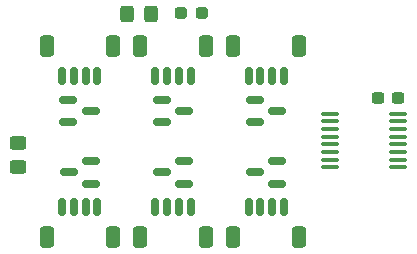
<source format=gbr>
%TF.GenerationSoftware,KiCad,Pcbnew,7.0.5*%
%TF.CreationDate,2023-06-05T00:45:25-04:00*%
%TF.ProjectId,BURNING_R,4255524e-494e-4475-9f52-2e6b69636164,rev?*%
%TF.SameCoordinates,Original*%
%TF.FileFunction,Paste,Top*%
%TF.FilePolarity,Positive*%
%FSLAX46Y46*%
G04 Gerber Fmt 4.6, Leading zero omitted, Abs format (unit mm)*
G04 Created by KiCad (PCBNEW 7.0.5) date 2023-06-05 00:45:25*
%MOMM*%
%LPD*%
G01*
G04 APERTURE LIST*
G04 Aperture macros list*
%AMRoundRect*
0 Rectangle with rounded corners*
0 $1 Rounding radius*
0 $2 $3 $4 $5 $6 $7 $8 $9 X,Y pos of 4 corners*
0 Add a 4 corners polygon primitive as box body*
4,1,4,$2,$3,$4,$5,$6,$7,$8,$9,$2,$3,0*
0 Add four circle primitives for the rounded corners*
1,1,$1+$1,$2,$3*
1,1,$1+$1,$4,$5*
1,1,$1+$1,$6,$7*
1,1,$1+$1,$8,$9*
0 Add four rect primitives between the rounded corners*
20,1,$1+$1,$2,$3,$4,$5,0*
20,1,$1+$1,$4,$5,$6,$7,0*
20,1,$1+$1,$6,$7,$8,$9,0*
20,1,$1+$1,$8,$9,$2,$3,0*%
G04 Aperture macros list end*
%ADD10RoundRect,0.150000X-0.587500X-0.150000X0.587500X-0.150000X0.587500X0.150000X-0.587500X0.150000X0*%
%ADD11RoundRect,0.150000X0.150000X0.625000X-0.150000X0.625000X-0.150000X-0.625000X0.150000X-0.625000X0*%
%ADD12RoundRect,0.250000X0.350000X0.650000X-0.350000X0.650000X-0.350000X-0.650000X0.350000X-0.650000X0*%
%ADD13RoundRect,0.237500X0.300000X0.237500X-0.300000X0.237500X-0.300000X-0.237500X0.300000X-0.237500X0*%
%ADD14RoundRect,0.150000X0.587500X0.150000X-0.587500X0.150000X-0.587500X-0.150000X0.587500X-0.150000X0*%
%ADD15RoundRect,0.237500X0.287500X0.237500X-0.287500X0.237500X-0.287500X-0.237500X0.287500X-0.237500X0*%
%ADD16RoundRect,0.250000X-0.450000X0.325000X-0.450000X-0.325000X0.450000X-0.325000X0.450000X0.325000X0*%
%ADD17RoundRect,0.150000X-0.150000X-0.625000X0.150000X-0.625000X0.150000X0.625000X-0.150000X0.625000X0*%
%ADD18RoundRect,0.250000X-0.350000X-0.650000X0.350000X-0.650000X0.350000X0.650000X-0.350000X0.650000X0*%
%ADD19RoundRect,0.250000X0.325000X0.450000X-0.325000X0.450000X-0.325000X-0.450000X0.325000X-0.450000X0*%
%ADD20RoundRect,0.100000X-0.637500X-0.100000X0.637500X-0.100000X0.637500X0.100000X-0.637500X0.100000X0*%
G04 APERTURE END LIST*
D10*
%TO.C,Q5*%
X147210000Y-96648621D03*
X147210000Y-98548621D03*
X149085000Y-97598621D03*
%TD*%
D11*
%TO.C,J3*%
X141760000Y-105773621D03*
X140760000Y-105773621D03*
X139760000Y-105773621D03*
X138760000Y-105773621D03*
D12*
X143060000Y-108298621D03*
X137460000Y-108298621D03*
%TD*%
D13*
%TO.C,C2*%
X167222500Y-96498621D03*
X165497500Y-96498621D03*
%TD*%
D14*
%TO.C,Q3*%
X156997500Y-103748621D03*
X156997500Y-101848621D03*
X155122500Y-102798621D03*
%TD*%
D15*
%TO.C,D1*%
X150615000Y-89338621D03*
X148865000Y-89338621D03*
%TD*%
D10*
%TO.C,Q4*%
X139310000Y-96648621D03*
X139310000Y-98548621D03*
X141185000Y-97598621D03*
%TD*%
D11*
%TO.C,J5*%
X157560000Y-105773621D03*
X156560000Y-105773621D03*
X155560000Y-105773621D03*
X154560000Y-105773621D03*
D12*
X158860000Y-108298621D03*
X153260000Y-108298621D03*
%TD*%
D16*
%TO.C,C3*%
X135060000Y-100273621D03*
X135060000Y-102323621D03*
%TD*%
D17*
%TO.C,J8*%
X154560000Y-94623621D03*
X155560000Y-94623621D03*
X156560000Y-94623621D03*
X157560000Y-94623621D03*
D18*
X153260000Y-92098621D03*
X158860000Y-92098621D03*
%TD*%
D19*
%TO.C,C1*%
X146335000Y-89398621D03*
X144285000Y-89398621D03*
%TD*%
D17*
%TO.C,J6*%
X138760000Y-94623621D03*
X139760000Y-94623621D03*
X140760000Y-94623621D03*
X141760000Y-94623621D03*
D18*
X137460000Y-92098621D03*
X143060000Y-92098621D03*
%TD*%
D14*
%TO.C,Q1*%
X141197500Y-103748621D03*
X141197500Y-101848621D03*
X139322500Y-102798621D03*
%TD*%
D20*
%TO.C,U1*%
X161497500Y-97823621D03*
X161497500Y-98473621D03*
X161497500Y-99123621D03*
X161497500Y-99773621D03*
X161497500Y-100423621D03*
X161497500Y-101073621D03*
X161497500Y-101723621D03*
X161497500Y-102373621D03*
X167222500Y-102373621D03*
X167222500Y-101723621D03*
X167222500Y-101073621D03*
X167222500Y-100423621D03*
X167222500Y-99773621D03*
X167222500Y-99123621D03*
X167222500Y-98473621D03*
X167222500Y-97823621D03*
%TD*%
D10*
%TO.C,Q6*%
X155110000Y-96648621D03*
X155110000Y-98548621D03*
X156985000Y-97598621D03*
%TD*%
D11*
%TO.C,J4*%
X149660000Y-105773621D03*
X148660000Y-105773621D03*
X147660000Y-105773621D03*
X146660000Y-105773621D03*
D12*
X150960000Y-108298621D03*
X145360000Y-108298621D03*
%TD*%
D17*
%TO.C,J7*%
X146660000Y-94623621D03*
X147660000Y-94623621D03*
X148660000Y-94623621D03*
X149660000Y-94623621D03*
D18*
X145360000Y-92098621D03*
X150960000Y-92098621D03*
%TD*%
D14*
%TO.C,Q2*%
X149097500Y-103748621D03*
X149097500Y-101848621D03*
X147222500Y-102798621D03*
%TD*%
M02*

</source>
